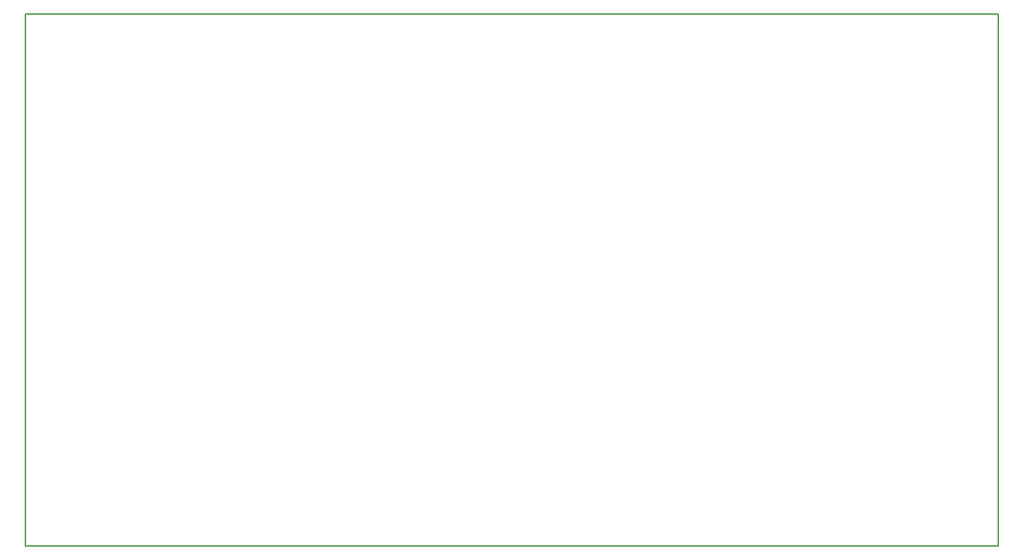
<source format=gbr>
G04 #@! TF.GenerationSoftware,KiCad,Pcbnew,(5.0.2)-1*
G04 #@! TF.CreationDate,2019-01-01T20:43:38-08:00*
G04 #@! TF.ProjectId,500-1065,3530302d-3130-4363-952e-6b696361645f,rev?*
G04 #@! TF.SameCoordinates,Original*
G04 #@! TF.FileFunction,Profile,NP*
%FSLAX46Y46*%
G04 Gerber Fmt 4.6, Leading zero omitted, Abs format (unit mm)*
G04 Created by KiCad (PCBNEW (5.0.2)-1) date 1/1/2019 8:43:38 PM*
%MOMM*%
%LPD*%
G01*
G04 APERTURE LIST*
%ADD10C,0.200000*%
G04 APERTURE END LIST*
D10*
X186690000Y-34290000D02*
X186690000Y-101600000D01*
X63500000Y-34290000D02*
X186690000Y-34290000D01*
X63500000Y-35560000D02*
X63500000Y-34290000D01*
X63500000Y-101600000D02*
X63500000Y-35560000D01*
X66040000Y-101600000D02*
X63500000Y-101600000D01*
X186690000Y-101600000D02*
X66040000Y-101600000D01*
M02*

</source>
